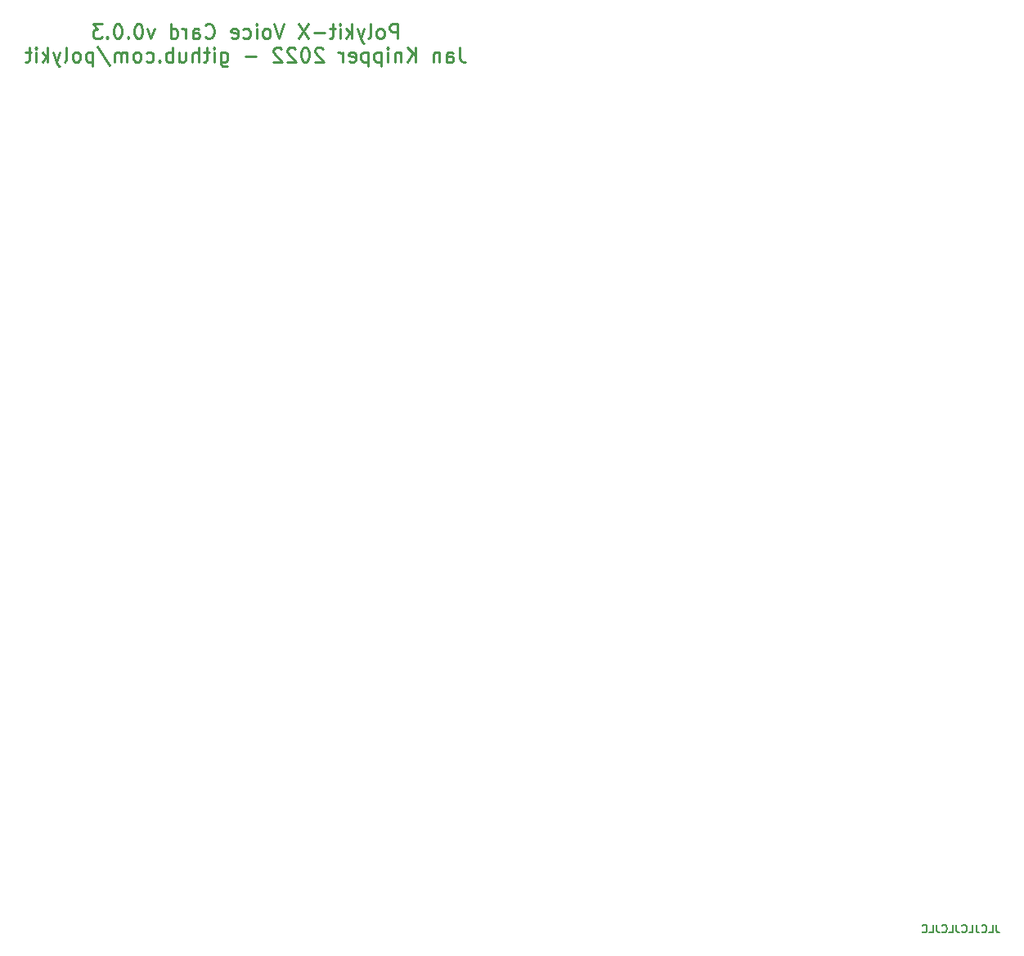
<source format=gbr>
%TF.GenerationSoftware,KiCad,Pcbnew,6.0.5-a6ca702e91~116~ubuntu21.10.1*%
%TF.CreationDate,2022-06-19T21:12:16+02:00*%
%TF.ProjectId,polykit-x-voice-card,706f6c79-6b69-4742-9d78-2d766f696365,v0.0.3*%
%TF.SameCoordinates,Original*%
%TF.FileFunction,Legend,Bot*%
%TF.FilePolarity,Positive*%
%FSLAX46Y46*%
G04 Gerber Fmt 4.6, Leading zero omitted, Abs format (unit mm)*
G04 Created by KiCad (PCBNEW 6.0.5-a6ca702e91~116~ubuntu21.10.1) date 2022-06-19 21:12:16*
%MOMM*%
%LPD*%
G01*
G04 APERTURE LIST*
%ADD10C,0.150000*%
%ADD11C,0.250000*%
G04 APERTURE END LIST*
D10*
X228695238Y-129311904D02*
X228695238Y-129883333D01*
X228733333Y-129997619D01*
X228809523Y-130073809D01*
X228923809Y-130111904D01*
X229000000Y-130111904D01*
X227933333Y-130111904D02*
X228314285Y-130111904D01*
X228314285Y-129311904D01*
X227209523Y-130035714D02*
X227247619Y-130073809D01*
X227361904Y-130111904D01*
X227438095Y-130111904D01*
X227552380Y-130073809D01*
X227628571Y-129997619D01*
X227666666Y-129921428D01*
X227704761Y-129769047D01*
X227704761Y-129654761D01*
X227666666Y-129502380D01*
X227628571Y-129426190D01*
X227552380Y-129350000D01*
X227438095Y-129311904D01*
X227361904Y-129311904D01*
X227247619Y-129350000D01*
X227209523Y-129388095D01*
X226638095Y-129311904D02*
X226638095Y-129883333D01*
X226676190Y-129997619D01*
X226752380Y-130073809D01*
X226866666Y-130111904D01*
X226942857Y-130111904D01*
X225876190Y-130111904D02*
X226257142Y-130111904D01*
X226257142Y-129311904D01*
X225152380Y-130035714D02*
X225190476Y-130073809D01*
X225304761Y-130111904D01*
X225380952Y-130111904D01*
X225495238Y-130073809D01*
X225571428Y-129997619D01*
X225609523Y-129921428D01*
X225647619Y-129769047D01*
X225647619Y-129654761D01*
X225609523Y-129502380D01*
X225571428Y-129426190D01*
X225495238Y-129350000D01*
X225380952Y-129311904D01*
X225304761Y-129311904D01*
X225190476Y-129350000D01*
X225152380Y-129388095D01*
X224580952Y-129311904D02*
X224580952Y-129883333D01*
X224619047Y-129997619D01*
X224695238Y-130073809D01*
X224809523Y-130111904D01*
X224885714Y-130111904D01*
X223819047Y-130111904D02*
X224200000Y-130111904D01*
X224200000Y-129311904D01*
X223095238Y-130035714D02*
X223133333Y-130073809D01*
X223247619Y-130111904D01*
X223323809Y-130111904D01*
X223438095Y-130073809D01*
X223514285Y-129997619D01*
X223552380Y-129921428D01*
X223590476Y-129769047D01*
X223590476Y-129654761D01*
X223552380Y-129502380D01*
X223514285Y-129426190D01*
X223438095Y-129350000D01*
X223323809Y-129311904D01*
X223247619Y-129311904D01*
X223133333Y-129350000D01*
X223095238Y-129388095D01*
X222523809Y-129311904D02*
X222523809Y-129883333D01*
X222561904Y-129997619D01*
X222638095Y-130073809D01*
X222752380Y-130111904D01*
X222828571Y-130111904D01*
X221761904Y-130111904D02*
X222142857Y-130111904D01*
X222142857Y-129311904D01*
X221038095Y-130035714D02*
X221076190Y-130073809D01*
X221190476Y-130111904D01*
X221266666Y-130111904D01*
X221380952Y-130073809D01*
X221457142Y-129997619D01*
X221495238Y-129921428D01*
X221533333Y-129769047D01*
X221533333Y-129654761D01*
X221495238Y-129502380D01*
X221457142Y-129426190D01*
X221380952Y-129350000D01*
X221266666Y-129311904D01*
X221190476Y-129311904D01*
X221076190Y-129350000D01*
X221038095Y-129388095D01*
D11*
X166750000Y-37471071D02*
X166750000Y-35971071D01*
X166178571Y-35971071D01*
X166035714Y-36042500D01*
X165964285Y-36113928D01*
X165892857Y-36256785D01*
X165892857Y-36471071D01*
X165964285Y-36613928D01*
X166035714Y-36685357D01*
X166178571Y-36756785D01*
X166750000Y-36756785D01*
X165035714Y-37471071D02*
X165178571Y-37399642D01*
X165250000Y-37328214D01*
X165321428Y-37185357D01*
X165321428Y-36756785D01*
X165250000Y-36613928D01*
X165178571Y-36542500D01*
X165035714Y-36471071D01*
X164821428Y-36471071D01*
X164678571Y-36542500D01*
X164607142Y-36613928D01*
X164535714Y-36756785D01*
X164535714Y-37185357D01*
X164607142Y-37328214D01*
X164678571Y-37399642D01*
X164821428Y-37471071D01*
X165035714Y-37471071D01*
X163678571Y-37471071D02*
X163821428Y-37399642D01*
X163892857Y-37256785D01*
X163892857Y-35971071D01*
X163250000Y-36471071D02*
X162892857Y-37471071D01*
X162535714Y-36471071D02*
X162892857Y-37471071D01*
X163035714Y-37828214D01*
X163107142Y-37899642D01*
X163250000Y-37971071D01*
X161964285Y-37471071D02*
X161964285Y-35971071D01*
X161821428Y-36899642D02*
X161392857Y-37471071D01*
X161392857Y-36471071D02*
X161964285Y-37042500D01*
X160750000Y-37471071D02*
X160750000Y-36471071D01*
X160750000Y-35971071D02*
X160821428Y-36042500D01*
X160750000Y-36113928D01*
X160678571Y-36042500D01*
X160750000Y-35971071D01*
X160750000Y-36113928D01*
X160250000Y-36471071D02*
X159678571Y-36471071D01*
X160035714Y-35971071D02*
X160035714Y-37256785D01*
X159964285Y-37399642D01*
X159821428Y-37471071D01*
X159678571Y-37471071D01*
X159178571Y-36899642D02*
X158035714Y-36899642D01*
X157464285Y-35971071D02*
X156464285Y-37471071D01*
X156464285Y-35971071D02*
X157464285Y-37471071D01*
X154964285Y-35971071D02*
X154464285Y-37471071D01*
X153964285Y-35971071D01*
X153250000Y-37471071D02*
X153392857Y-37399642D01*
X153464285Y-37328214D01*
X153535714Y-37185357D01*
X153535714Y-36756785D01*
X153464285Y-36613928D01*
X153392857Y-36542500D01*
X153250000Y-36471071D01*
X153035714Y-36471071D01*
X152892857Y-36542500D01*
X152821428Y-36613928D01*
X152750000Y-36756785D01*
X152750000Y-37185357D01*
X152821428Y-37328214D01*
X152892857Y-37399642D01*
X153035714Y-37471071D01*
X153250000Y-37471071D01*
X152107142Y-37471071D02*
X152107142Y-36471071D01*
X152107142Y-35971071D02*
X152178571Y-36042500D01*
X152107142Y-36113928D01*
X152035714Y-36042500D01*
X152107142Y-35971071D01*
X152107142Y-36113928D01*
X150750000Y-37399642D02*
X150892857Y-37471071D01*
X151178571Y-37471071D01*
X151321428Y-37399642D01*
X151392857Y-37328214D01*
X151464285Y-37185357D01*
X151464285Y-36756785D01*
X151392857Y-36613928D01*
X151321428Y-36542500D01*
X151178571Y-36471071D01*
X150892857Y-36471071D01*
X150750000Y-36542500D01*
X149535714Y-37399642D02*
X149678571Y-37471071D01*
X149964285Y-37471071D01*
X150107142Y-37399642D01*
X150178571Y-37256785D01*
X150178571Y-36685357D01*
X150107142Y-36542500D01*
X149964285Y-36471071D01*
X149678571Y-36471071D01*
X149535714Y-36542500D01*
X149464285Y-36685357D01*
X149464285Y-36828214D01*
X150178571Y-36971071D01*
X146821428Y-37328214D02*
X146892857Y-37399642D01*
X147107142Y-37471071D01*
X147250000Y-37471071D01*
X147464285Y-37399642D01*
X147607142Y-37256785D01*
X147678571Y-37113928D01*
X147750000Y-36828214D01*
X147750000Y-36613928D01*
X147678571Y-36328214D01*
X147607142Y-36185357D01*
X147464285Y-36042500D01*
X147250000Y-35971071D01*
X147107142Y-35971071D01*
X146892857Y-36042500D01*
X146821428Y-36113928D01*
X145535714Y-37471071D02*
X145535714Y-36685357D01*
X145607142Y-36542500D01*
X145750000Y-36471071D01*
X146035714Y-36471071D01*
X146178571Y-36542500D01*
X145535714Y-37399642D02*
X145678571Y-37471071D01*
X146035714Y-37471071D01*
X146178571Y-37399642D01*
X146250000Y-37256785D01*
X146250000Y-37113928D01*
X146178571Y-36971071D01*
X146035714Y-36899642D01*
X145678571Y-36899642D01*
X145535714Y-36828214D01*
X144821428Y-37471071D02*
X144821428Y-36471071D01*
X144821428Y-36756785D02*
X144750000Y-36613928D01*
X144678571Y-36542500D01*
X144535714Y-36471071D01*
X144392857Y-36471071D01*
X143250000Y-37471071D02*
X143250000Y-35971071D01*
X143250000Y-37399642D02*
X143392857Y-37471071D01*
X143678571Y-37471071D01*
X143821428Y-37399642D01*
X143892857Y-37328214D01*
X143964285Y-37185357D01*
X143964285Y-36756785D01*
X143892857Y-36613928D01*
X143821428Y-36542500D01*
X143678571Y-36471071D01*
X143392857Y-36471071D01*
X143250000Y-36542500D01*
X141535714Y-36471071D02*
X141178571Y-37471071D01*
X140821428Y-36471071D01*
X139964285Y-35971071D02*
X139821428Y-35971071D01*
X139678571Y-36042500D01*
X139607142Y-36113928D01*
X139535714Y-36256785D01*
X139464285Y-36542500D01*
X139464285Y-36899642D01*
X139535714Y-37185357D01*
X139607142Y-37328214D01*
X139678571Y-37399642D01*
X139821428Y-37471071D01*
X139964285Y-37471071D01*
X140107142Y-37399642D01*
X140178571Y-37328214D01*
X140250000Y-37185357D01*
X140321428Y-36899642D01*
X140321428Y-36542500D01*
X140250000Y-36256785D01*
X140178571Y-36113928D01*
X140107142Y-36042500D01*
X139964285Y-35971071D01*
X138821428Y-37328214D02*
X138750000Y-37399642D01*
X138821428Y-37471071D01*
X138892857Y-37399642D01*
X138821428Y-37328214D01*
X138821428Y-37471071D01*
X137821428Y-35971071D02*
X137678571Y-35971071D01*
X137535714Y-36042500D01*
X137464285Y-36113928D01*
X137392857Y-36256785D01*
X137321428Y-36542500D01*
X137321428Y-36899642D01*
X137392857Y-37185357D01*
X137464285Y-37328214D01*
X137535714Y-37399642D01*
X137678571Y-37471071D01*
X137821428Y-37471071D01*
X137964285Y-37399642D01*
X138035714Y-37328214D01*
X138107142Y-37185357D01*
X138178571Y-36899642D01*
X138178571Y-36542500D01*
X138107142Y-36256785D01*
X138035714Y-36113928D01*
X137964285Y-36042500D01*
X137821428Y-35971071D01*
X136678571Y-37328214D02*
X136607142Y-37399642D01*
X136678571Y-37471071D01*
X136750000Y-37399642D01*
X136678571Y-37328214D01*
X136678571Y-37471071D01*
X136107142Y-35971071D02*
X135178571Y-35971071D01*
X135678571Y-36542500D01*
X135464285Y-36542500D01*
X135321428Y-36613928D01*
X135250000Y-36685357D01*
X135178571Y-36828214D01*
X135178571Y-37185357D01*
X135250000Y-37328214D01*
X135321428Y-37399642D01*
X135464285Y-37471071D01*
X135892857Y-37471071D01*
X136035714Y-37399642D01*
X136107142Y-37328214D01*
X173142857Y-38386071D02*
X173142857Y-39457500D01*
X173214285Y-39671785D01*
X173357142Y-39814642D01*
X173571428Y-39886071D01*
X173714285Y-39886071D01*
X171785714Y-39886071D02*
X171785714Y-39100357D01*
X171857142Y-38957500D01*
X172000000Y-38886071D01*
X172285714Y-38886071D01*
X172428571Y-38957500D01*
X171785714Y-39814642D02*
X171928571Y-39886071D01*
X172285714Y-39886071D01*
X172428571Y-39814642D01*
X172500000Y-39671785D01*
X172500000Y-39528928D01*
X172428571Y-39386071D01*
X172285714Y-39314642D01*
X171928571Y-39314642D01*
X171785714Y-39243214D01*
X171071428Y-38886071D02*
X171071428Y-39886071D01*
X171071428Y-39028928D02*
X171000000Y-38957500D01*
X170857142Y-38886071D01*
X170642857Y-38886071D01*
X170500000Y-38957500D01*
X170428571Y-39100357D01*
X170428571Y-39886071D01*
X168571428Y-39886071D02*
X168571428Y-38386071D01*
X167714285Y-39886071D02*
X168357142Y-39028928D01*
X167714285Y-38386071D02*
X168571428Y-39243214D01*
X167071428Y-38886071D02*
X167071428Y-39886071D01*
X167071428Y-39028928D02*
X167000000Y-38957500D01*
X166857142Y-38886071D01*
X166642857Y-38886071D01*
X166500000Y-38957500D01*
X166428571Y-39100357D01*
X166428571Y-39886071D01*
X165714285Y-39886071D02*
X165714285Y-38886071D01*
X165714285Y-38386071D02*
X165785714Y-38457500D01*
X165714285Y-38528928D01*
X165642857Y-38457500D01*
X165714285Y-38386071D01*
X165714285Y-38528928D01*
X165000000Y-38886071D02*
X165000000Y-40386071D01*
X165000000Y-38957500D02*
X164857142Y-38886071D01*
X164571428Y-38886071D01*
X164428571Y-38957500D01*
X164357142Y-39028928D01*
X164285714Y-39171785D01*
X164285714Y-39600357D01*
X164357142Y-39743214D01*
X164428571Y-39814642D01*
X164571428Y-39886071D01*
X164857142Y-39886071D01*
X165000000Y-39814642D01*
X163642857Y-38886071D02*
X163642857Y-40386071D01*
X163642857Y-38957500D02*
X163500000Y-38886071D01*
X163214285Y-38886071D01*
X163071428Y-38957500D01*
X163000000Y-39028928D01*
X162928571Y-39171785D01*
X162928571Y-39600357D01*
X163000000Y-39743214D01*
X163071428Y-39814642D01*
X163214285Y-39886071D01*
X163500000Y-39886071D01*
X163642857Y-39814642D01*
X161714285Y-39814642D02*
X161857142Y-39886071D01*
X162142857Y-39886071D01*
X162285714Y-39814642D01*
X162357142Y-39671785D01*
X162357142Y-39100357D01*
X162285714Y-38957500D01*
X162142857Y-38886071D01*
X161857142Y-38886071D01*
X161714285Y-38957500D01*
X161642857Y-39100357D01*
X161642857Y-39243214D01*
X162357142Y-39386071D01*
X161000000Y-39886071D02*
X161000000Y-38886071D01*
X161000000Y-39171785D02*
X160928571Y-39028928D01*
X160857142Y-38957500D01*
X160714285Y-38886071D01*
X160571428Y-38886071D01*
X159000000Y-38528928D02*
X158928571Y-38457500D01*
X158785714Y-38386071D01*
X158428571Y-38386071D01*
X158285714Y-38457500D01*
X158214285Y-38528928D01*
X158142857Y-38671785D01*
X158142857Y-38814642D01*
X158214285Y-39028928D01*
X159071428Y-39886071D01*
X158142857Y-39886071D01*
X157214285Y-38386071D02*
X157071428Y-38386071D01*
X156928571Y-38457500D01*
X156857142Y-38528928D01*
X156785714Y-38671785D01*
X156714285Y-38957500D01*
X156714285Y-39314642D01*
X156785714Y-39600357D01*
X156857142Y-39743214D01*
X156928571Y-39814642D01*
X157071428Y-39886071D01*
X157214285Y-39886071D01*
X157357142Y-39814642D01*
X157428571Y-39743214D01*
X157500000Y-39600357D01*
X157571428Y-39314642D01*
X157571428Y-38957500D01*
X157500000Y-38671785D01*
X157428571Y-38528928D01*
X157357142Y-38457500D01*
X157214285Y-38386071D01*
X156142857Y-38528928D02*
X156071428Y-38457500D01*
X155928571Y-38386071D01*
X155571428Y-38386071D01*
X155428571Y-38457500D01*
X155357142Y-38528928D01*
X155285714Y-38671785D01*
X155285714Y-38814642D01*
X155357142Y-39028928D01*
X156214285Y-39886071D01*
X155285714Y-39886071D01*
X154714285Y-38528928D02*
X154642857Y-38457500D01*
X154500000Y-38386071D01*
X154142857Y-38386071D01*
X154000000Y-38457500D01*
X153928571Y-38528928D01*
X153857142Y-38671785D01*
X153857142Y-38814642D01*
X153928571Y-39028928D01*
X154785714Y-39886071D01*
X153857142Y-39886071D01*
X152071428Y-39314642D02*
X150928571Y-39314642D01*
X148428571Y-38886071D02*
X148428571Y-40100357D01*
X148500000Y-40243214D01*
X148571428Y-40314642D01*
X148714285Y-40386071D01*
X148928571Y-40386071D01*
X149071428Y-40314642D01*
X148428571Y-39814642D02*
X148571428Y-39886071D01*
X148857142Y-39886071D01*
X149000000Y-39814642D01*
X149071428Y-39743214D01*
X149142857Y-39600357D01*
X149142857Y-39171785D01*
X149071428Y-39028928D01*
X149000000Y-38957500D01*
X148857142Y-38886071D01*
X148571428Y-38886071D01*
X148428571Y-38957500D01*
X147714285Y-39886071D02*
X147714285Y-38886071D01*
X147714285Y-38386071D02*
X147785714Y-38457500D01*
X147714285Y-38528928D01*
X147642857Y-38457500D01*
X147714285Y-38386071D01*
X147714285Y-38528928D01*
X147214285Y-38886071D02*
X146642857Y-38886071D01*
X147000000Y-38386071D02*
X147000000Y-39671785D01*
X146928571Y-39814642D01*
X146785714Y-39886071D01*
X146642857Y-39886071D01*
X146142857Y-39886071D02*
X146142857Y-38386071D01*
X145500000Y-39886071D02*
X145500000Y-39100357D01*
X145571428Y-38957500D01*
X145714285Y-38886071D01*
X145928571Y-38886071D01*
X146071428Y-38957500D01*
X146142857Y-39028928D01*
X144142857Y-38886071D02*
X144142857Y-39886071D01*
X144785714Y-38886071D02*
X144785714Y-39671785D01*
X144714285Y-39814642D01*
X144571428Y-39886071D01*
X144357142Y-39886071D01*
X144214285Y-39814642D01*
X144142857Y-39743214D01*
X143428571Y-39886071D02*
X143428571Y-38386071D01*
X143428571Y-38957500D02*
X143285714Y-38886071D01*
X143000000Y-38886071D01*
X142857142Y-38957500D01*
X142785714Y-39028928D01*
X142714285Y-39171785D01*
X142714285Y-39600357D01*
X142785714Y-39743214D01*
X142857142Y-39814642D01*
X143000000Y-39886071D01*
X143285714Y-39886071D01*
X143428571Y-39814642D01*
X142071428Y-39743214D02*
X142000000Y-39814642D01*
X142071428Y-39886071D01*
X142142857Y-39814642D01*
X142071428Y-39743214D01*
X142071428Y-39886071D01*
X140714285Y-39814642D02*
X140857142Y-39886071D01*
X141142857Y-39886071D01*
X141285714Y-39814642D01*
X141357142Y-39743214D01*
X141428571Y-39600357D01*
X141428571Y-39171785D01*
X141357142Y-39028928D01*
X141285714Y-38957500D01*
X141142857Y-38886071D01*
X140857142Y-38886071D01*
X140714285Y-38957500D01*
X139857142Y-39886071D02*
X140000000Y-39814642D01*
X140071428Y-39743214D01*
X140142857Y-39600357D01*
X140142857Y-39171785D01*
X140071428Y-39028928D01*
X140000000Y-38957500D01*
X139857142Y-38886071D01*
X139642857Y-38886071D01*
X139500000Y-38957500D01*
X139428571Y-39028928D01*
X139357142Y-39171785D01*
X139357142Y-39600357D01*
X139428571Y-39743214D01*
X139500000Y-39814642D01*
X139642857Y-39886071D01*
X139857142Y-39886071D01*
X138714285Y-39886071D02*
X138714285Y-38886071D01*
X138714285Y-39028928D02*
X138642857Y-38957500D01*
X138500000Y-38886071D01*
X138285714Y-38886071D01*
X138142857Y-38957500D01*
X138071428Y-39100357D01*
X138071428Y-39886071D01*
X138071428Y-39100357D02*
X138000000Y-38957500D01*
X137857142Y-38886071D01*
X137642857Y-38886071D01*
X137500000Y-38957500D01*
X137428571Y-39100357D01*
X137428571Y-39886071D01*
X135642857Y-38314642D02*
X136928571Y-40243214D01*
X135142857Y-38886071D02*
X135142857Y-40386071D01*
X135142857Y-38957500D02*
X135000000Y-38886071D01*
X134714285Y-38886071D01*
X134571428Y-38957500D01*
X134500000Y-39028928D01*
X134428571Y-39171785D01*
X134428571Y-39600357D01*
X134500000Y-39743214D01*
X134571428Y-39814642D01*
X134714285Y-39886071D01*
X135000000Y-39886071D01*
X135142857Y-39814642D01*
X133571428Y-39886071D02*
X133714285Y-39814642D01*
X133785714Y-39743214D01*
X133857142Y-39600357D01*
X133857142Y-39171785D01*
X133785714Y-39028928D01*
X133714285Y-38957500D01*
X133571428Y-38886071D01*
X133357142Y-38886071D01*
X133214285Y-38957500D01*
X133142857Y-39028928D01*
X133071428Y-39171785D01*
X133071428Y-39600357D01*
X133142857Y-39743214D01*
X133214285Y-39814642D01*
X133357142Y-39886071D01*
X133571428Y-39886071D01*
X132214285Y-39886071D02*
X132357142Y-39814642D01*
X132428571Y-39671785D01*
X132428571Y-38386071D01*
X131785714Y-38886071D02*
X131428571Y-39886071D01*
X131071428Y-38886071D02*
X131428571Y-39886071D01*
X131571428Y-40243214D01*
X131642857Y-40314642D01*
X131785714Y-40386071D01*
X130500000Y-39886071D02*
X130500000Y-38386071D01*
X130357142Y-39314642D02*
X129928571Y-39886071D01*
X129928571Y-38886071D02*
X130500000Y-39457500D01*
X129285714Y-39886071D02*
X129285714Y-38886071D01*
X129285714Y-38386071D02*
X129357142Y-38457500D01*
X129285714Y-38528928D01*
X129214285Y-38457500D01*
X129285714Y-38386071D01*
X129285714Y-38528928D01*
X128785714Y-38886071D02*
X128214285Y-38886071D01*
X128571428Y-38386071D02*
X128571428Y-39671785D01*
X128500000Y-39814642D01*
X128357142Y-39886071D01*
X128214285Y-39886071D01*
M02*

</source>
